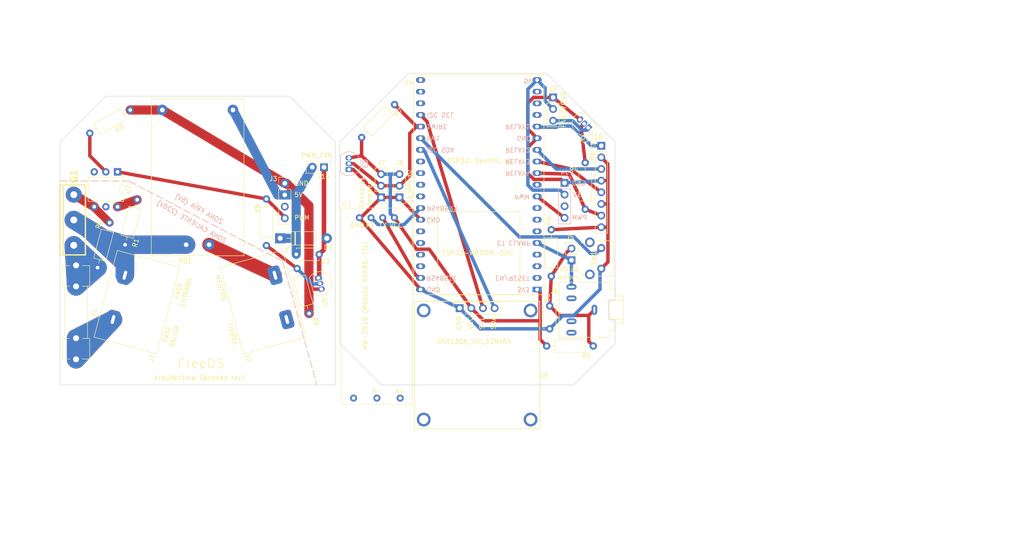
<source format=kicad_pcb>
(kicad_pcb (version 20221018) (generator pcbnew)
  (title_block (title "FreeDS Arquitectura Sánchez") (date "2023-05-29") (rev "rev1") (company "Iván Sánchez Ortega, César Sánchez Ortega"))
  (layers (0 "F.Cu" signal) (31 "B.Cu" signal) (34 "B.Paste" user) (35 "F.Paste" user) (36 "B.SilkS" user "B.Silkscreen") (37 "F.SilkS" user "F.Silkscreen") (38 "B.Mask" user) (39 "F.Mask" user) (44 "Edge.Cuts" user))
  (net 0 "")
  (net 2 "Net-(Q2-B)")
  (net 3 "Net-(R1-Pad2)")
  (net 4 "Net-(R3-Pad1)")
  (net 5 "/control/SW1")
  (net 29 "GND")
  (net 30 "LINE OUT")
  (net 31 "LINE IN")
  (net 32 "PWM")
  (net 33 "+3V3")
  (net 34 "+5V")
  (net 35 "RELAY4")
  (net 36 "RELAY3")
  (net 37 "RELAY2")
  (net 38 "RELAY1")
  (net 39 "1WIRE")
  (net 40 "Earth")
  (net 41 "NEUT")
  (net 42 "/potencia/Gate")
  (net 43 "RS485TX")
  (net 44 "RS485RX")
  (net 45 "CT CLAMP")
  (net 46 "I2C SCL")
  (net 47 "I2C SDA")
  (net 49 "Net-(J5-Pin_2)")
  (net 50 "/potencia/GND")
  (net 51 "/potencia/+5V")
  (net 52 "Net-(J9-Pin_3)")
  (net 53 "/potencia/PWM POTENCIA")
  (net 55 "Net-(D2-A)")
  (net 56 "Net-(Q4-G)")
  (net 59 "/potencia/A1")
  (footprint "Resistor_THT:R_Axial_DIN0207_L6.3mm_D2.5mm_P10.16mm_Horizontal" (layer "F.Cu") (at 184.5 74.5 -90)
    (fp_text reference "R4" (at 1.58 2.5 -180) (layer "F.SilkS"))
    (fp_text value "180Ω")
    (pad "1" thru_hole circle (at 0 0 270) (size 1.6 1.6) (drill 0.8) (layers "*.Cu" "*.Mask") (net 2 "Net-(Q2-B)"))
    (pad "2" thru_hole oval (at 10.16 0 270) (size 1.6 1.6) (drill 0.8) (layers "*.Cu" "*.Mask") (net 35 "RELAY4"))
  )
  (footprint "Resistor_THT:R_Axial_DIN0207_L6.3mm_D2.5mm_P10.16mm_Horizontal" (layer "F.Cu") (at 135.75 69 45)
    (fp_text reference "R7" (at 9.545942 1.767767 45) (layer "F.SilkS"))
    (fp_text value "4.7KΩ")
    (pad "1" thru_hole circle (at 0 0 45) (size 1.6 1.6) (drill 0.8) (layers "*.Cu" "*.Mask") (net 33 "+3V3"))
    (pad "2" thru_hole oval (at 10.16 0 45) (size 1.6 1.6) (drill 0.8) (layers "*.Cu" "*.Mask") (net 39 "1WIRE"))
  )
  (footprint "Connector_PinHeader_2.54mm:PinHeader_1x03_P2.54mm_Vertical" (layer "F.Cu") (at 139.999999 82.080001 180)
    (fp_text reference "J7" (at 0 7.580001) (layer "F.SilkS"))
    (fp_text value "Temp sensor")
    (pad "1" thru_hole rect (at 0 0 180) (size 1.7 1.7) (drill 1) (layers "*.Cu" "*.Mask") (net 29 "GND"))
    (pad "2" thru_hole oval (at 0 2.54 180) (size 1.7 1.7) (drill 1) (layers "*.Cu" "*.Mask") (net 39 "1WIRE"))
    (pad "3" thru_hole oval (at 0 5.08 180) (size 1.7 1.7) (drill 1) (layers "*.Cu" "*.Mask") (net 33 "+3V3"))
  )
  (footprint "componentes-auxiliares:Clema 20x14mm K1000 2P" (layer "F.Cu") (at 87 105 75)
    (fp_text reference "J1" (at -10.968461 6.002068 75 unlocked) (layer "F.SilkS"))
    (fp_text value "Clema K1000")
    (pad "1" thru_hole roundrect (at -5 -4.3 75) (size 4 2.7) (drill oval 2 0.7) (layers "*.Cu" "*.Mask") (net 30 "LINE OUT"))
    (pad "2" thru_hole roundrect (at 5 -4.3 75) (size 4 2.7) (drill oval 2 0.7) (layers "*.Cu" "*.Mask") (net 31 "LINE IN"))
  )
  (footprint "MountingHole:MountingHole_3.2mm_M3" (layer "F.Cu") (at 81 119.5)
    (fp_text reference "H4" hide)
    (fp_text value "MountingHole" hide)
    (pad "" np_thru_hole circle (at 0 0) (size 3.2 3.2) (drill 3.2) (layers "F&B.Cu" "*.Mask"))
  )
  (footprint "Package_TO_SOT_THT:TO-92_Inline" (layer "F.Cu") (at 126.323567 99.636449 -75)
    (fp_text reference "Q4" (at 5.5 0 105) (layer "F.SilkS"))
    (fp_text value "BS170")
    (pad "1" thru_hole rect (at 0 0 285) (size 1.05 1.5) (drill 0.75) (layers "*.Cu" "*.Mask") (net 55 "Net-(D2-A)"))
    (pad "2" thru_hole oval (at 1.27 0 285) (size 1.05 1.5) (drill 0.75) (layers "*.Cu" "*.Mask") (net 56 "Net-(Q4-G)"))
    (pad "3" thru_hole oval (at 2.54 0 285) (size 1.05 1.5) (drill 0.75) (layers "*.Cu" "*.Mask") (net 50 "/potencia/GND"))
  )
  (footprint "Resistor_THT:R_Axial_DIN0207_L6.3mm_D2.5mm_P10.16mm_Horizontal" (layer "F.Cu") (at 124.314801 107.406903 105)
    (fp_text reference "R9" (at -2.010739 0.931316 105) (layer "F.SilkS"))
    (fp_text value "10KΩ")
    (pad "1" thru_hole circle (at 0 0 105) (size 1.6 1.6) (drill 0.8) (layers "*.Cu" "*.Mask") (net 50 "/potencia/GND"))
    (pad "2" thru_hole oval (at 10.16 0 105) (size 1.6 1.6) (drill 0.8) (layers "*.Cu" "*.Mask") (net 56 "Net-(Q4-G)"))
  )
  (footprint "MountingHole:MountingHole_3.2mm_M3" (layer "F.Cu") (at 119 119.5)
    (fp_text reference "H5" hide)
    (fp_text value "MountingHole" hide)
    (pad "" np_thru_hole circle (at 0 0) (size 3.2 3.2) (drill 3.2) (layers "F&B.Cu" "*.Mask"))
  )
  (footprint "Resistor_THT:R_Axial_DIN0207_L6.3mm_D2.5mm_P10.16mm_Horizontal" (layer "F.Cu") (at 115 82.42 -90)
    (fp_text reference "R8" (at 2.08 2 90) (layer "F.SilkS"))
    (fp_text value "3.3Ω")
    (pad "1" thru_hole circle (at 0 0 270) (size 1.6 1.6) (drill 0.8) (layers "*.Cu" "*.Mask") (net 53 "/potencia/PWM POTENCIA"))
    (pad "2" thru_hole oval (at 10.16 0 270) (size 1.6 1.6) (drill 0.8) (layers "*.Cu" "*.Mask") (net 56 "Net-(Q4-G)"))
  )
  (footprint "componentes-auxiliares:Clema 20x14mm K1000 2P" (layer "F.Cu") (at 114 105 -75)
    (fp_text reference "J2" (at 10.937272 6.056089 -75 unlocked) (layer "F.SilkS"))
    (fp_text value "Clema K1000")
    (pad "1" thru_hole roundrect (at -5 -4.3 285) (size 4 2.7) (drill oval 2 0.7) (layers "*.Cu" "*.Mask") (net 41 "NEUT"))
    (pad "2" thru_hole roundrect (at 5 -4.3 285) (size 4 2.7) (drill oval 2 0.7) (layers "*.Cu" "*.Mask") (net 40 "Earth"))
  )
  (footprint "Connector_Audio:Jack_3.5mm_CUI_SJ1-3525N_Horizontal" (layer "F.Cu") (at 186.5 106.6 90)
    (fp_text reference "J6" (at 4.1 -8.75 180) (layer "F.SilkS"))
    (fp_text value "CT Clamp")
    (fp_line (start -2.2 3.5) (end -2.2 4.5) (stroke (width 0.12)) (layer "Edge.Cuts"))
    (fp_line (start -2.2 4.5) (end -6.5 4.5) (stroke (width 0.12)) (layer "Edge.Cuts"))
    (fp_line (start 1.8 3.1) (end -1.8 3.1) (stroke (width 0.12)) (layer "Edge.Cuts"))
    (fp_line (start 2.2 3.5) (end 2.2 4.5) (stroke (width 0.12)) (layer "Edge.Cuts"))
    (fp_line (start 2.2 4.5) (end 6.5 4.5) (stroke (width 0.12)) (layer "Edge.Cuts"))
    (fp_arc (start -2.2 3.5) (mid -2.082842 3.217158) (end -1.8 3.1) (stroke (width 0.12)) (layer "Edge.Cuts"))
    (fp_arc (start 1.8 3.1) (mid 2.082843 3.217157) (end 2.2 3.5) (stroke (width 0.12)) (layer "Edge.Cuts"))
    (pad "" np_thru_hole circle (at -5 0 90) (size 1.2 1.2) (drill 1.2) (layers "*.Cu"))
    (pad "" np_thru_hole circle (at -5 2.5 90) (size 1.2 1.2) (drill 1.2) (layers "*.Cu"))
    (pad "" np_thru_hole circle (at 0 -5 90) (size 1.2 1.2) (drill 1.2) (layers "*.Cu"))
    (pad "" np_thru_hole circle (at 5 0 90) (size 1.2 1.2) (drill 1.2) (layers "*.Cu"))
    (pad "" np_thru_hole circle (at 5 2.5 90) (size 1.2 1.2) (drill 1.2) (layers "*.Cu"))
    (pad "R" thru_hole oval (at -5 -5 90) (size 1.2 2.2) (drill oval 0.4 1.4) (layers "*.Cu" "*.Mask"))
    (pad "RN" thru_hole oval (at -2.5 -5 90) (size 1.2 2.2) (drill oval 0.4 1.4) (layers "*.Cu" "*.Mask"))
    (pad "S" thru_hole oval (at 0 0 90) (size 2.2 1.2) (drill oval 1.4 0.4) (layers "*.Cu" "*.Mask") (net 49 "Net-(J5-Pin_2)"))
    (pad "T" thru_hole oval (at 5 -5 270) (size 1.2 2.2) (drill oval 0.4 1.4) (layers "*.Cu" "*.Mask") (net 45 "CT CLAMP"))
    (pad "TN" thru_hole oval (at 2.5 -5 270) (size 1.2 2.2) (drill oval 0.4 1.4) (layers "*.Cu" "*.Mask"))
  )
  (footprint "MountingHole:MountingHole_3.2mm_M3" (layer "F.Cu") (at 142 71.5)
    (fp_text reference "H2" hide)
    (fp_text value "MountingHole" hide)
    (pad "" np_thru_hole circle (at 0 0) (size 3.2 3.2) (drill 3.2) (layers "F&B.Cu" "*.Mask"))
  )
  (footprint "Connector_PinHeader_2.54mm:PinHeader_1x08_P2.54mm_Vertical" (layer "F.Cu") (at 188 70.800001)
    (fp_text reference "J10" (at -1 -2.050001) (layer "F.SilkS"))
    (fp_text value "RELÉS")
    (pad "1" thru_hole rect (at 0 0) (size 1.7 1.7) (drill 1) (layers "*.Cu" "*.Mask") (net 38 "RELAY1"))
    (pad "2" thru_hole oval (at 0 2.54) (size 1.7 1.7) (drill 1) (layers "*.Cu" "*.Mask") (net 29 "GND"))
    (pad "3" thru_hole oval (at 0 5.08) (size 1.7 1.7) (drill 1) (layers "*.Cu" "*.Mask") (net 37 "RELAY2"))
    (pad "4" thru_hole oval (at 0 7.62) (size 1.7 1.7) (drill 1) (layers "*.Cu" "*.Mask") (net 29 "GND"))
    (pad "5" thru_hole oval (at 0 10.16) (size 1.7 1.7) (drill 1) (layers "*.Cu" "*.Mask") (net 36 "RELAY3"))
    (pad "6" thru_hole oval (at 0 12.7) (size 1.7 1.7) (drill 1) (layers "*.Cu" "*.Mask") (net 29 "GND"))
    (pad "7" thru_hole oval (at 0 15.24) (size 1.7 1.7) (drill 1) (layers "*.Cu" "*.Mask") (net 35 "RELAY4"))
    (pad "8" thru_hole oval (at 0 17.78) (size 1.7 1.7) (drill 1) (layers "*.Cu" "*.Mask") (net 29 "GND"))
  )
  (footprint "MountingHole:MountingHole_3.2mm_M3" (layer "F.Cu") (at 142 119.5)
    (fp_text reference "H4" hide)
    (fp_text value "MountingHole" hide)
    (pad "" np_thru_hole circle (at 0 0) (size 3.2 3.2) (drill 3.2) (layers "F&B.Cu" "*.Mask"))
  )
  (footprint "Package_DIP:DIP-6_W7.62mm" (layer "F.Cu") (at 82.54 76.5 -90)
    (fp_text reference "U2" (at 3.81 -2.33 -270) (layer "F.SilkS"))
    (fp_text value "MOC3041M")
    (pad "1" thru_hole rect (at 0 0 270) (size 1.6 1.6) (drill 0.8) (layers "*.Cu" "*.Mask") (net 53 "/potencia/PWM POTENCIA"))
    (pad "2" thru_hole oval (at 0 2.54 270) (size 1.6 1.6) (drill 0.8) (layers "*.Cu" "*.Mask") (net 4 "Net-(R3-Pad1)"))
    (pad "3" thru_hole oval (at 0 5.08 270) (size 1.6 1.6) (drill 0.8) (layers "*.Cu" "*.Mask"))
    (pad "4" thru_hole oval (at 7.62 5.08 270) (size 1.6 1.6) (drill 0.8) (layers "*.Cu" "*.Mask") (net 42 "/potencia/Gate"))
    (pad "5" thru_hole oval (at 7.62 2.54 270) (size 1.6 1.6) (drill 0.8) (layers "*.Cu" "*.Mask"))
    (pad "6" thru_hole oval (at 7.62 0 270) (size 1.6 1.6) (drill 0.8) (layers "*.Cu" "*.Mask") (net 3 "Net-(R1-Pad2)"))
  )
  (footprint "Button_Switch_THT:SW_Tactile_SPST_Angled_PTS645Vx83-2LFS" (layer "F.Cu") (at 188 93.125 -90)
    (fp_text reference "SW1" (at 2.25 1.68 90) (layer "F.SilkS"))
    (fp_text value "PRG")
    (pad "" thru_hole circle (at -1.25 2.49 270) (size 2.1 2.1) (drill 1.3) (layers "*.Cu" "*.Mask"))
    (pad "" thru_hole circle (at 5.76 2.49 270) (size 2.1 2.1) (drill 1.3) (layers "*.Cu" "*.Mask"))
    (pad "1" thru_hole circle (at 0 0 270) (size 1.75 1.75) (drill 0.99) (layers "*.Cu" "*.Mask") (net 5 "/control/SW1"))
    (pad "2" thru_hole circle (at 4.5 0 270) (size 1.75 1.75) (drill 0.99) (layers "*.Cu" "*.Mask") (net 29 "GND"))
  )
  (footprint "Connector_PinHeader_2.54mm:PinHeader_1x02_P2.54mm_Vertical" (layer "F.Cu") (at 181.5 95.775 180)
    (fp_text reference "J5" (at 0.3 4.975 180) (layer "F.SilkS"))
    (fp_text value "Pinza Amper.")
    (pad "1" thru_hole rect (at 0 0 180) (size 1.7 1.7) (drill 1) (layers "*.Cu" "*.Mask") (net 45 "CT CLAMP"))
    (pad "2" thru_hole oval (at 0 2.54 180) (size 1.7 1.7) (drill 1) (layers "*.Cu" "*.Mask") (net 49 "Net-(J5-Pin_2)"))
  )
  (footprint "Diode_THT:D_DO-41_SOD81_P10.16mm_Horizontal" (layer "F.Cu") (at 118 91)
    (fp_text reference "D2" (at 10.5 2) (layer "F.SilkS"))
    (fp_text value "1N4007")
    (fp_text user "K" (at 1.5 2.5) (layer "F.SilkS"))
    (pad "1" thru_hole rect (at 0 0) (size 2.2 2.2) (drill 1.1) (layers "*.Cu" "*.Mask") (net 51 "/potencia/+5V"))
    (pad "2" thru_hole oval (at 10.16 0) (size 2.2 2.2) (drill 1.1) (layers "*.Cu" "*.Mask") (net 55 "Net-(D2-A)"))
  )
  (footprint "Connector_PinHeader_2.54mm:PinHeader_1x03_P2.54mm_Vertical" (layer "F.Cu") (at 144 82.08 180)
    (fp_text reference "J8" (at 0 7.58) (layer "F.SilkS"))
    (fp_text value "Temp Sensor")
    (pad "1" thru_hole rect (at 0 0 180) (size 1.7 1.7) (drill 1) (layers "*.Cu" "*.Mask") (net 29 "GND"))
    (pad "2" thru_hole oval (at 0 2.54 180) (size 1.7 1.7) (drill 1) (layers "*.Cu" "*.Mask") (net 39 "1WIRE"))
    (pad "3" thru_hole oval (at 0 5.08 180) (size 1.7 1.7) (drill 1) (layers "*.Cu" "*.Mask") (net 33 "+3V3"))
  )
  (footprint "Resistor_THT:R_Axial_DIN0207_L6.3mm_D2.5mm_P10.16mm_Horizontal" (layer "F.Cu") (at 78.1852 97.406903 75)
    (fp_text reference "R2" (at 9.167847 -2.130612 75) (layer "F.SilkS"))
    (fp_text value "330Ω")
    (pad "1" thru_hole circle (at 0 0 75) (size 1.6 1.6) (drill 0.8) (layers "*.Cu" "*.Mask") (net 59 "/potencia/A1"))
    (pad "2" thru_hole oval (at 10.16 0 75) (size 1.6 1.6) (drill 0.8) (layers "*.Cu" "*.Mask") (net 42 "/potencia/Gate"))
  )
  (footprint "Resistor_THT:R_Axial_DIN0207_L6.3mm_D2.5mm_P10.16mm_Horizontal" (layer "F.Cu") (at 76.5 68.08 30)
    (fp_text reference "R3" (at 6.169165 2.314693 30) (layer "F.SilkS"))
    (fp_text value "180Ω")
    (pad "1" thru_hole circle (at 0 0 30) (size 1.6 1.6) (drill 0.8) (layers "*.Cu" "*.Mask") (net 4 "Net-(R3-Pad1)"))
    (pad "2" thru_hole oval (at 10.16 0 30) (size 1.6 1.6) (drill 0.8) (layers "*.Cu" "*.Mask") (net 50 "/potencia/GND"))
  )
  (footprint "Converter_ACDC:Converter_ACDC_HiLink_HLK-PMxx" (layer "F.Cu") (at 97.5 92.4 90)
    (fp_text reference "PS1" (at -3.6 -0.2 180) (layer "F.SilkS"))
    (fp_text value "HLK-PM01")
    (pad "1" thru_hole rect (at 0 0 90) (size 2.3 2) (drill 1) (layers "*.Cu" "*.Mask") (net 31 "LINE IN"))
    (pad "2" thru_hole circle (at 0 5 90) (size 2.3 2.3) (drill 1) (layers "*.Cu" "*.Mask") (net 41 "NEUT"))
    (pad "3" thru_hole circle (at 29.4 -5.2 90) (size 2.3 2.3) (drill 1) (layers "*.Cu" "*.Mask") (net 50 "/potencia/GND"))
    (pad "4" thru_hole circle (at 29.4 10.2 90) (size 2.3 2.3) (drill 1) (layers "*.Cu" "*.Mask") (net 51 "/potencia/+5V"))
  )
  (footprint "Espressif:ESP32-DevKitC" (layer "F.Cu") (at 174 102.18 180)
    (fp_text reference "U4" (at 28 45.18) (layer "F.SilkS"))
    (fp_text value "ESP32-WROOM-32U" (at 13 8 180) (layer "F.SilkS"))
    (fp_text user "RS485TX" (at 17.5 2.54 180 unlocked) (layer "B.SilkS") (effects (justify right mirror)))
    (fp_text user "5V" (at 3 45.5 180 unlocked) (layer "B.SilkS") (effects (justify left mirror)))
    (fp_text user "SW1" (at 21 33.02 180 unlocked) (layer "B.SilkS") (effects (justify right mirror)))
    (fp_text user "3V3" (at 4.5 0 180 unlocked) (layer "B.SilkS") (effects (justify left mirror)))
    (fp_text user "RELAY3" (at 7 27.94 180 unlocked) (layer "B.SilkS") (effects (justify left mirror)))
    (fp_text user "I2C SDA" (at 18 30.5 180 unlocked) (layer "B.SilkS") (effects (justify right mirror)))
    (fp_text user "EN/RESET" (at 1.5 2.5 180 unlocked) (layer "B.SilkS") (effects (justify right mirror)))
    (fp_text user "RELAY1" (at 7 35.56 180 unlocked) (layer "B.SilkS") (effects (justify left mirror)))
    (fp_text user "RS485RX" (at 17.193096 17.78 180 unlocked) (layer "B.SilkS") (effects (justify right mirror)))
    (fp_text user "RELAY2" (at 7 30.48 180 unlocked) (layer "B.SilkS") (effects (justify left mirror)))
    (fp_text user "GND" (at 4.5 33.02 180 unlocked) (layer "B.SilkS") (effects (justify left mirror)))
    (fp_text user "1WIRE" (at 19.5 35.56 180 unlocked) (layer "B.SilkS") (effects (justify right mirror)))
    (fp_text user "GND" (at 21 0 180 unlocked) (layer "B.SilkS") (effects (justify right mirror)))
    (fp_text user "PWM" (at 5 20.32 180 unlocked) (layer "B.SilkS") (effects (justify left mirror)))
    (fp_text user "I2C SCL" (at 18 38.1 180 unlocked) (layer "B.SilkS") (effects (justify right mirror)))
    (fp_text user "CT CLAMP" (at 8.80383 10.16 180 unlocked) (layer "B.SilkS") (effects (justify left mirror)))
    (fp_text user "GND" (at 21 15.24 180 unlocked) (layer "B.SilkS") (effects (justify right mirror)))
    (fp_text user "RELAY4" (at 7 25.4 180 unlocked) (layer "B.SilkS") (effects (justify left mirror)))
    (fp_text user "ESP32-DevKitC v4" (at 12.5 27.5 unlocked) (layer "F.SilkS") (effects (justify bottom)))
    (pad "1" thru_hole rect (at 0 0 90) (size 1.2 2) (drill 0.8) (layers "*.Cu" "*.Mask") (net 33 "+3V3"))
    (pad "2" thru_hole oval (at 0 2.54 90) (size 1.2 2) (drill 0.8) (layers "*.Cu" "*.Mask"))
    (pad "3" thru_hole oval (at 0 5.08 90) (size 1.2 2) (drill 0.8) (layers "*.Cu" "*.Mask"))
    (pad "4" thru_hole oval (at 0 7.62 90) (size 1.2 2) (drill 0.8) (layers "*.Cu" "*.Mask"))
    (pad "5" thru_hole oval (at 0 10.16 90) (size 1.2 2) (drill 0.8) (layers "*.Cu" "*.Mask") (net 45 "CT CLAMP"))
    (pad "6" thru_hole oval (at 0 12.7 90) (size 1.2 2) (drill 0.8) (layers "*.Cu" "*.Mask"))
    (pad "7" thru_hole oval (at 0 15.24 90) (size 1.2 2) (drill 0.8) (layers "*.Cu" "*.Mask"))
    (pad "8" thru_hole oval (at 0 17.78 90) (size 1.2 2) (drill 0.8) (layers "*.Cu" "*.Mask"))
    (pad "9" thru_hole oval (at 0 20.32 90) (size 1.2 2) (drill 0.8) (layers "*.Cu" "*.Mask") (net 32 "PWM"))
    (pad "10" thru_hole oval (at 0 22.86 90) (size 1.2 2) (drill 0.8) (layers "*.Cu" "*.Mask"))
    (pad "11" thru_hole oval (at 0 25.4 90) (size 1.2 2) (drill 0.8) (layers "*.Cu" "*.Mask") (net 35 "RELAY4"))
    (pad "12" thru_hole oval (at 0 27.94 90) (size 1.2 2) (drill 0.8) (layers "*.Cu" "*.Mask") (net 36 "RELAY3"))
    (pad "13" thru_hole oval (at 0 30.48 90) (size 1.2 2) (drill 0.8) (layers "*.Cu" "*.Mask") (net 37 "RELAY2"))
    (pad "14" thru_hole oval (at 0 33.02 90) (size 1.2 2) (drill 0.8) (layers "*.Cu" "*.Mask") (net 29 "GND"))
    (pad "15" thru_hole oval (at 0 35.56 90) (size 1.2 2) (drill 0.8) (layers "*.Cu" "*.Mask") (net 38 "RELAY1"))
    (pad "16" thru_hole oval (at 0 38.1 90) (size 1.2 2) (drill 0.8) (layers "*.Cu" "*.Mask"))
    (pad "17" thru_hole oval (at 0 40.64 90) (size 1.2 2) (drill 0.8) (layers "*.Cu" "*.Mask"))
    (pad "18" thru_hole oval (at 0 43.18 90) (size 1.2 2) (drill 0.8) (layers "*.Cu" "*.Mask"))
    (pad "19" thru_hole oval (at 0 45.72 90) (size 1.2 2) (drill 0.8) (layers "*.Cu" "*.Mask") (net 34 "+5V"))
    (pad "20" thru_hole oval (at 25.39632 45.71728 90) (size 1.2 2) (drill 0.8) (layers "*.Cu" "*.Mask"))
    (pad "21" thru_hole oval (at 25.39632 43.17728 90) (size 1.2 2) (drill 0.8) (layers "*.Cu" "*.Mask"))
    (pad "22" thru_hole oval (at 25.4 40.64 90) (size 1.2 2) (drill 0.8) (layers "*.Cu" "*.Mask"))
    (pad "23" thru_hole oval (at 25.4 38.1 90) (size 1.2 2) (drill 0.8) (layers "*.Cu" "*.Mask") (net 46 "I2C SCL"))
    (pad "24" thru_hole oval (at 25.4 35.56 90) (size 1.2 2) (drill 0.8) (layers "*.Cu" "*.Mask") (net 39 "1WIRE"))
    (pad "25" thru_hole oval (at 25.4 33.02 90) (size 1.2 2) (drill 0.8) (layers "*.Cu" "*.Mask") (net 5 "/control/SW1"))
    (pad "26" thru_hole oval (at 25.4 30.48 90) (size 1.2 2) (drill 0.8) (layers "*.Cu" "*.Mask") (net 47 "I2C SDA"))
    (pad "27" thru_hole oval (at 25.4 27.94 90) (size 1.2 2) (drill 0.8) (layers "*.Cu" "*.Mask"))
    (pad "28" thru_hole oval (at 25.4 25.4 90) (size 1.2 2) (drill 0.8) (layers "*.Cu" "*.Mask"))
    (pad "29" thru_hole oval (at 25.4 22.86 90) (size 1.2 2) (drill 0.8) (layers "*.Cu" "*.Mask"))
    (pad "30" thru_hole oval (at 25.4 20.32 90) (size 1.2 2) (drill 0.8) (layers "*.Cu" "*.Mask"))
    (pad "31" thru_hole oval (at 25.4 17.78 90) (size 1.2 2) (drill 0.8) (layers "*.Cu" "*.Mask") (net 44 "RS485RX"))
    (pad "32" thru_hole oval (at 25.4 15.24 90) (size 1.2 2) (drill 0.8) (layers "*.Cu" "*.Mask") (net 29 "GND"))
    (pad "33" thru_hole oval (at 25.4 12.7 90) (size 1.2 2) (drill 0.8) (layers "*.Cu" "*.Mask"))
    (pad "34" thru_hole oval (at 25.4 10.16 90) (size 1.2 2) (drill 0.8) (layers "*.Cu" "*.Mask"))
    (pad "35" thru_hole oval (at 25.4 7.62 90) (size 1.2 2) (drill 0.8) (layers "*.Cu" "*.Mask"))
    (pad "36" thru_hole oval (at 25.4 5.08 90) (size 1.2 2) (drill 0.8) (layers "*.Cu" "*.Mask"))
    (pad "37" thru_hole oval (at 25.4 2.54 90) (size 1.2 2) (drill 0.8) (layers "*.Cu" "*.Mask") (net 43 "RS485TX"))
    (pad "38" thru_hole oval (at 25.4 0 90) (size 1.2 2) (drill 0.8) (layers "*.Cu" "*.Mask") (net 29 "GND"))
  )
  (footprint "Resistor_THT:R_Axial_DIN0207_L6.3mm_D2.5mm_P10.16mm_Horizontal" (layer "F.Cu") (at 177.1 99.28 90)
    (fp_text reference "R6" (at 12.08 -0.5 -270) (layer "F.SilkS"))
    (fp_text value "10KΩ")
    (pad "1" thru_hole circle (at 0 0 90) (size 1.6 1.6) (drill 0.8) (layers "*.Cu" "*.Mask") (net 49 "Net-(J5-Pin_2)"))
    (pad "2" thru_hole oval (at 10.16 0 90) (size 1.6 1.6) (drill 0.8) (layers "*.Cu" "*.Mask") (net 29 "GND"))
  )
  (footprint "MountingHole:MountingHole_3.2mm_M3" (layer "F.Cu") (at 81 71.5)
    (fp_text reference "H2" hide)
    (fp_text value "MountingHole" hide)
    (pad "" np_thru_hole circle (at 0 0) (size 3.2 3.2) (drill 3.2) (layers "F&B.Cu" "*.Mask"))
  )
  (footprint "Connector_PinHeader_2.54mm:PinHeader_1x03_P2.54mm_Vertical" (layer "F.Cu") (at 177.5 60.26)
    (fp_text reference "J9" (at 0 -1.96) (layer "F.SilkS"))
    (fp_text value "R4_FAN")
    (pad "1" thru_hole rect (at 0 0) (size 1.7 1.7) (drill 1) (layers "*.Cu" "*.Mask") (net 29 "GND"))
    (pad "2" thru_hole oval (at 0 2.54) (size 1.7 1.7) (drill 1) (layers "*.Cu" "*.Mask") (net 34 "+5V"))
    (pad "3" thru_hole oval (at 0 5.08) (size 1.7 1.7) (drill 1) (layers "*.Cu" "*.Mask") (net 52 "Net-(J9-Pin_3)"))
  )
  (footprint "componentes-auxiliares:OLED_SSD1306_I2C_0.96" (layer "F.Cu") (at 157.13 106.25)
    (fp_text reference "U5" (at 18.37 14.75) (layer "F.SilkS"))
    (fp_text value "SSD1306_I2C_128x64" (at 3.12 7.25) (layer "F.SilkS"))
    (pad "" np_thru_hole circle (at -7.84 0.5) (size 3 3) (drill 2) (layers "*.Cu" "*.Mask"))
    (pad "" np_thru_hole circle (at -7.84 24.3) (size 3 3) (drill 2) (layers "*.Cu" "*.Mask"))
    (pad "" np_thru_hole circle (at 15.46 0.5) (size 3 3) (drill 2) (layers "*.Cu" "*.Mask"))
    (pad "" np_thru_hole circle (at 15.46 24.3) (size 3 3) (drill 2) (layers "*.Cu" "*.Mask"))
    (pad "1" thru_hole rect (at 0 0 90) (size 1.7 1.7) (drill 1) (layers "*.Cu" "*.Mask") (net 29 "GND"))
    (pad "2" thru_hole oval (at 2.54 0 90) (size 1.7 1.7) (drill 1) (layers "*.Cu" "*.Mask") (net 33 "+3V3"))
    (pad "3" thru_hole oval (at 5.08 0 90) (size 1.7 1.7) (drill 1) (layers "*.Cu" "*.Mask") (net 46 "I2C SCL"))
    (pad "4" thru_hole oval (at 7.62 0 90) (size 1.7 1.7) (drill 1) (layers "*.Cu" "*.Mask") (net 47 "I2C SDA"))
  )
  (footprint "MountingHole:MountingHole_3.2mm_M3" (layer "F.Cu") (at 180 119.5)
    (fp_text reference "H5" hide)
    (fp_text value "MountingHole" hide)
    (pad "" np_thru_hole circle (at 0 0) (size 3.2 3.2) (drill 3.2) (layers "F&B.Cu" "*.Mask"))
  )
  (footprint "Resistor_THT:R_Axial_DIN0207_L6.3mm_D2.5mm_P10.16mm_Horizontal" (layer "F.Cu") (at 84.1852 92.406903 75)
    (fp_text reference "R1" (at 0.992152 2.130611 75) (layer "F.SilkS"))
    (fp_text value "360Ω")
    (pad "1" thru_hole circle (at 0 0 75) (size 1.6 1.6) (drill 0.8) (layers "*.Cu" "*.Mask") (net 31 "LINE IN"))
    (pad "2" thru_hole oval (at 10.16 0 75) (size 1.6 1.6) (drill 0.8) (layers "*.Cu" "*.Mask") (net 3 "Net-(R1-Pad2)"))
  )
  (footprint "Fuse:Fuseholder_Clip-5x20mm_Littelfuse_100_Inline_P20.50x4.60mm_D1.30mm_Horizontal" (layer "F.Cu") (at 73.5 96.9 -90)
    (fp_text reference "F1" (at 10.25 -4 90) (layer "F.SilkS"))
    (fp_text value "Fuse")
    (pad "1" thru_hole roundrect (at 0 0 270) (size 2.3 2.3) (drill 1.3) (layers "*.Cu" "*.Mask") (net 59 "/potencia/A1"))
    (pad "1" thru_hole roundrect (at 4.6 0 270) (size 2.3 2.3) (drill 1.3) (layers "*.Cu" "*.Mask") (net 59 "/potencia/A1"))
    (pad "2" thru_hole circle (at 15.9 0 270) (size 2.3 2.3) (drill 1.3) (layers "*.Cu" "*.Mask") (net 30 "LINE OUT"))
    (pad "2" thru_hole circle (at 20.5 0 270) (size 2.3 2.3) (drill 1.3) (layers "*.Cu" "*.Mask") (net 30 "LINE OUT"))
  )
  (footprint "MountingHole:MountingHole_3.2mm_M3" (layer "F.Cu") (at 119 71.5)
    (fp_text reference "H3" hide)
    (fp_text value "MountingHole" hide)
    (pad "" np_thru_hole circle (at 0 0) (size 3.2 3.2) (drill 3.2) (layers "F&B.Cu" "*.Mask"))
  )
  (footprint "MountingHole:MountingHole_3.2mm_M3" (layer "F.Cu") (at 180 71.5)
    (fp_text reference "H3" hide)
    (fp_text value "MountingHole" hide)
    (pad "" np_thru_hole circle (at 0 0) (size 3.2 3.2) (drill 3.2) (layers "F&B.Cu" "*.Mask"))
  )
  (footprint "componentes-auxiliares:HW-519 TTL-RS485" (layer "F.Cu") (at 139.080001 105.55 -90)
    (fp_text reference "U3" (at -22.05 6.580001 unlocked) (layer "F.SilkS") (effects (font (thickness 0.1))))
    (fp_text value "HW-0519 (Módulo RS485-TTL)" (at -2.05 2.580001 90 unlocked) (layer "F.SilkS"))
    (fp_text user "GND" (at -17.4 4.3 unlocked) (layer "F.SilkS"))
    (fp_text user "B-" (at 18.9 0 unlocked) (layer "F.SilkS"))
    (fp_text user "A+" (at 18.9 -5 unlocked) (layer "F.SilkS"))
    (fp_text user "TX" (at -17.4 -1.3 unlocked) (layer "F.SilkS"))
    (fp_text user "RX" (at -17.4 1.4 unlocked) (layer "F.SilkS"))
    (fp_text user "VCC" (at -17.4 -4.2 unlocked) (layer "F.SilkS"))
    (pad "1" thru_hole circle (at -19.05 -3.81 270) (size 1.524 1.524) (drill 0.762) (layers "*.Cu" "*.Mask") (net 33 "+3V3"))
    (pad "2" thru_hole circle (at -19.05 -1.27 270) (size 1.524 1.524) (drill 0.762) (layers "*.Cu" "*.Mask") (net 43 "RS485TX"))
    (pad "3" thru_hole circle (at -19.05 1.27 270) (size 1.524 1.524) (drill 0.762) (layers "*.Cu" "*.Mask") (net 44 "RS485RX"))
    (pad "4" thru_hole circle (at -19.05 3.81 270) (size 1.524 1.524) (drill 0.762) (layers "*.Cu" "*.Mask") (net 29 "GND"))
    (pad "5" thru_hole circle (at 20.32 5.08 270) (size 1.524 1.524) (drill 0.762) (layers "*.Cu" "*.Mask"))
    (pad "6" thru_hole circle (at 20.32 0 270) (size 1.524 1.524) (drill 0.762) (layers "*.Cu" "*.Mask"))
    (pad "7" thru_hole circle (at 20.32 -5.08 270) (size 1.524 1.524) (drill 0.762) (layers "*.Cu" "*.Mask"))
  )
  (footprint "Capacitor_THT:C_Disc_D4.7mm_W2.5mm_P5.00mm" (layer "F.Cu") (at 126.5 94.5 180)
    (fp_text reference "C2" (at -1.5 -1.5) (layer "F.SilkS"))
    (fp_text value "10µF")
    (pad "1" thru_hole circle (at 0 0 180) (size 1.6 1.6) (drill 0.8) (layers "*.Cu" "*.Mask") (net 55 "Net-(D2-A)"))
    (pad "2" thru_hole circle (at 5 0 180) (size 1.6 1.6) (drill 0.8) (layers "*.Cu" "*.Mask") (net 51 "/potencia/+5V"))
  )
  (footprint "Capacitor_THT:C_Disc_D4.7mm_W2.5mm_P5.00mm" (layer "F.Cu") (at 176.75 105.75 -90)
    (fp_text reference "C1" (at -1.75 0.5 90) (layer "F.SilkS"))
    (fp_text value "10µF")
    (pad "1" thru_hole circle (at 0 0 270) (size 1.6 1.6) (drill 0.8) (layers "*.Cu" "*.Mask") (net 49 "Net-(J5-Pin_2)"))
    (pad "2" thru_hole circle (at 5 0 270) (size 1.6 1.6) (drill 0.8) (layers "*.Cu" "*.Mask") (net 29 "GND"))
  )
  (footprint "componentes-auxiliares:TOP3_Vertical" (layer "F.Cu") (at 73 87 90)
    (fp_text reference "Q1" (at 9.5 0 90) (layer "F.SilkS") (effects (font (size 1.524 1.524) (thickness 0.3048))))
    (fp_text value "BTA26-600BW" hide)
    (pad "1" thru_hole circle (at -5.5245 0 90) (size 3.50012 3.50012) (drill 1.50114) (layers "*.Cu" "*.Mask") (net 59 "/potencia/A1"))
    (pad "2" thru_hole circle (at 0 0 90) (size 3.50012 3.50012) (drill 1.50114) (layers "*.Cu" "*.Mask") (net 31 "LINE IN"))
    (pad "3" thru_hole circle (at 5.5245 0 90) (size 3.50012 3.50012) (drill 1.50114) (layers "*.Cu" "*.Mask") (net 42 "/potencia/Gate"))
  )
  (footprint "Package_TO_SOT_THT:TO-92_Inline" (layer "F.Cu") (at 185.152584 66.893468 135)
    (fp_text reference "Q2" (at -1.204873 -2.48132 315) (layer "F.SilkS"))
    (fp_text value "BC337")
    (pad "1" thru_hole rect (at 0 0 135) (size 1.05 1.5) (drill 0.75) (layers "*.Cu" "*.Mask") (net 52 "Net-(J9-Pin_3)"))
    (pad "2" thru_hole oval (at 1.27 0 135) (size 1.05 1.5) (drill 0.75) (layers "*.Cu" "*.Mask") (net 2 "Net-(Q2-B)"))
    (pad "3" thru_hole oval (at 2.54 0 135) (size 1.05 1.5) (drill 0.75) (layers "*.Cu" "*.Mask") (net 29 "GND"))
  )
  (footprint "Resistor_THT:R_Axial_DIN0207_L6.3mm_D2.5mm_P10.16mm_Horizontal" (layer "F.Cu") (at 176.09 114.5)
    (fp_text reference "R5" (at 8.66 2.15) (layer "F.SilkS"))
    (fp_text value "10KΩ")
    (pad "1" thru_hole circle (at 0 0) (size 1.6 1.6) (drill 0.8) (layers "*.Cu" "*.Mask") (net 33 "+3V3"))
    (pad "2" thru_hole oval (at 10.16 0) (size 1.6 1.6) (drill 0.8) (layers "*.Cu" "*.Mask") (net 49 "Net-(J5-Pin_2)"))
  )
  (footprint "Connector_PinHeader_2.54mm:PinHeader_1x04_P2.54mm_Vertical" (layer "F.Cu") (at 119 79)
    (fp_text reference "J3" (at -2.5 -1) (layer "F.SilkS"))
    (fp_text value "Inter-PCB")
    (pad "1" thru_hole rect (at 0 0) (size 1.7 1.7) (drill 1) (layers "*.Cu" "*.Mask") (net 50 "/potencia/GND"))
    (pad "2" thru_hole oval (at 0 2.54) (size 1.7 1.7) (drill 1) (layers "*.Cu" "*.Mask") (net 51 "/potencia/+5V"))
    (pad "3" thru_hole oval (at 0 5.08) (size 1.7 1.7) (drill 1) (layers "*.Cu" "*.Mask"))
    (pad "4" thru_hole oval (at 0 7.62) (size 1.7 1.7) (drill 1) (layers "*.Cu" "*.Mask") (net 53 "/potencia/PWM POTENCIA"))
  )
  (footprint "Connector_PinHeader_2.54mm:PinHeader_1x02_P2.54mm_Vertical" (layer "F.Cu") (at 127.540001 75.500001 -90)
    (fp_text reference "J16" (at 1.999999 0.040001 -180) (layer "F.SilkS"))
    (fp_text value "Conn_01x02_Male" hide)
    (pad "1" thru_hole rect (at 0 0 270) (size 1.7 1.7) (drill 1) (layers "*.Cu" "*.Mask") (net 55 "Net-(D2-A)"))
    (pad "2" thru_hole oval (at 0 2.54 270) (size 1.7 1.7) (drill 1) (layers "*.Cu" "*.Mask") (net 51 "/potencia/+5V"))
  )
  (footprint "Connector_PinHeader_2.54mm:PinHeader_1x04_P2.54mm_Vertical" (layer "B.Cu") (at 180 78.92 180)
    (fp_text reference "J4" (at 0 2.33) (layer "B.SilkS") (effects (justify mirror)))
    (fp_text value "Inter-PCB")
    (pad "1" thru_hole rect (at 0 0 180) (size 1.7 1.7) (drill 1) (layers "*.Cu" "*.Mask") (net 29 "GND"))
    (pad "2" thru_hole oval (at 0 -2.54 180) (size 1.7 1.7) (drill 1) (layers "*.Cu" "*.Mask") (net 34 "+5V"))
    (pad "3" thru_hole oval (at 0 -5.08 180) (size 1.7 1.7) (drill 1) (layers "*.Cu" "*.Mask"))
    (pad "4" thru_hole oval (at 0 -7.62 180) (size 1.7 1.7) (drill 1) (layers "*.Cu" "*.Mask") (net 32 "PWM"))
  )
  (footprint "Package_TO_SOT_THT:TO-92_Inline" (layer "B.Cu") (at 133 76 90)
    (fp_text reference "Q3" (at 1.27 3.56 90) (layer "B.SilkS") (effects (justify mirror)))
    (fp_text value "DS18B20")
    (pad "1" thru_hole rect (at 0 0 90) (size 1.05 1.5) (drill 0.75) (layers "*.Cu" "*.Mask") (net 29 "GND"))
    (pad "2" thru_hole oval (at 1.27 0 90) (size 1.05 1.5) (drill 0.75) (layers "*.Cu" "*.Mask") (net 39 "1WIRE"))
    (pad "3" thru_hole oval (at 2.54 0 90) (size 1.05 1.5) (drill 0.75) (layers "*.Cu" "*.Mask") (net 33 "+3V3"))
  )
  (gr_line (start 70 78.5) (end 85 78.5) (stroke (width 0.15) (type dash)) (layer "B.SilkS"))
  (gr_line (start 118.5 96) (end 126 123) (stroke (width 0.15) (type dash)) (layer "B.SilkS"))
  (gr_line (start 85 78.5) (end 118.5 96) (stroke (width 0.15) (type dash)) (layer "B.SilkS"))
  (gr_line (start 146 55) (end 176 55) (stroke (width 0.1)) (layer "Edge.Cuts"))
  (gr_line (start 70 123) (end 130 123) (stroke (width 0.1)) (layer "Edge.Cuts"))
  (gr_line (start 130 70) (end 130 123) (stroke (width 0.1)) (layer "Edge.Cuts"))
  (gr_line (start 80 60) (end 120 60) (stroke (width 0.1)) (layer "Edge.Cuts"))
  (gr_line (start 70 70) (end 70 123) (stroke (width 0.1)) (layer "Edge.Cuts"))
  (gr_line (start 182 123.000002) (end 191 114) (stroke (width 0.1)) (layer "Edge.Cuts"))
  (gr_line (start 176 55) (end 191 70) (stroke (width 0.1)) (layer "Edge.Cuts"))
  (gr_line (start 131 70) (end 131 114) (stroke (width 0.1)) (layer "Edge.Cuts"))
  (gr_line (start 131 70) (end 146 55) (stroke (width 0.1)) (layer "Edge.Cuts"))
  (gr_line (start 191 70) (end 191 100.1) (stroke (width 0.1)) (layer "Edge.Cuts"))
  (gr_line (start 140 123) (end 131 114) (stroke (width 0.1)) (layer "Edge.Cuts"))
  (gr_line (start 70 70) (end 80 60) (stroke (width 0.1)) (layer "Edge.Cuts"))
  (gr_line (start 130 70) (end 120 60) (stroke (width 0.1)) (layer "Edge.Cuts"))
  (gr_line (start 140 123) (end 182 123.000002) (stroke (width 0.1)) (layer "Edge.Cuts"))
  (gr_line (start 191 114) (end 191 113.1) (stroke (width 0.1)) (layer "Edge.Cuts"))
  (gr_text "GND" (at 184.75 79) (layer "B.SilkS") (effects (font (size 1 1)) (justify left mirror)))
  (gr_text "ZONA FRÍA (5V)\n\nZONA CALIENTE (220V)" (at 99.5 86 -30) (layer "B.SilkS") (effects (font (size 1 1)) (justify mirror)))
  (gr_text "5V" (at 182.75 81.5) (layer "B.SilkS") (effects (font (size 1 1)) (justify mirror)))
  (gr_text "PWM" (at 183.25 86.5) (layer "B.SilkS") (effects (font (size 1 1)) (justify mirror)))
  (gr_text "3V" (at 146.5 78 90) (layer "F.SilkS") (effects (font (size 1 1)) (justify left)))
  (gr_text "NEUTRO\n" (at 104.5 102 -75) (layer "F.SilkS") (effects (font (size 1 1)) (justify bottom)))
  (gr_text "GND" (at 147 82 90) (layer "F.SilkS") (effects (font (size 1 1)) (justify bottom)))
  (gr_text "FASE\nENTRADA" (at 98 103 75) (layer "F.SilkS") (effects (font (size 1 1)) (justify bottom)))
  (gr_text "PWM_FAN" (at 122.5 73.5) (layer "F.SilkS") (effects (font (size 1 1)) (justify left bottom)))
  (gr_text "GND" (at 179.75 60.5 90) (layer "F.SilkS") (effects (font (size 1 1))))
  (gr_text "Relés" (at 186.5 72 90) (layer "F.SilkS") (effects (font (size 1 1)) (justify bottom)))
  (gr_text "5V" (at 179.75 63 90) (layer "F.SilkS") (effects (font (size 1 1))))
  (gr_text "Arquitectura Sánchez rev1" (at 100.5 122) (layer "F.SilkS") (effects (font (size 1 1)) (justify bottom)))
  (gr_text "GND" (at 121 79) (layer "F.SilkS") (effects (font (size 1 1)) (justify left)))
  (gr_text "5V" (at 121 81.5) (layer "F.SilkS") (effects (font (size 1 1)) (justify left)))
  (gr_text "FreeDS" (at 95.5 119.5) (layer "F.SilkS") (effects (font (size 2 2)) (justify left bottom)))
  (gr_text "SDA" (at 164.5 109.5 90) (layer "F.SilkS") (effects (font (size 1 1))))
  (gr_text "DATA" (at 146.5 79.5 90) (layer "F.SilkS") (effects (font (size 0.6 0.6)) (justify bottom)))
  (gr_text "SCL" (at 162 109.5 90) (layer "F.SilkS") (effects (font (size 1 1))))
  (gr_text "Pinza\namper." (at 181 100) (layer "F.SilkS") (effects (font (size 1 1)) (justify bottom)))
  (gr_text "FAN" (at 179.75 65.5 90) (layer "F.SilkS") (effects (font (size 1 1))))
  (gr_text "FASE\nSALIDA" (at 95.5 112.5 75) (layer "F.SilkS") (effects (font (size 1 1)) (justify bottom)))
  (gr_text "PWM" (at 121 86.5) (layer "F.SilkS") (effects (font (size 1 1)) (justify left)))
  (gr_text "Sensores\ntemper." (at 138 81 90) (layer "F.SilkS") (effects (font (size 1 1)) (justify bottom)))
  (gr_text "GND" (at 157 109.5 90) (layer "F.SilkS") (effects (font (size 1 1))))
  (gr_text "VCC" (at 159.5 109.5 90) (layer "F.SilkS") (effects (font (size 1 1))))
  (gr_text "TIERRA" (at 107 112 -75) (layer "F.SilkS") (effects (font (size 1 1)) (justify bottom)))
  (segment (start 183.676023 67.5) (end 183.676023 66.573977) (width 0.75) (layer "F.Cu") (net 2))
  (segment (start 183.676023 66.573977) (end 184.254558 65.995442) (width 0.75) (layer "F.Cu") (net 2))
  (segment (start 184.5 74.5) (end 183.676023 67.5) (width 0.75) (layer "F.Cu") (net 2))
  (segment (start 82.54 84.12) (end 86.814801 82.593097) (width 2) (layer "F.Cu") (net 3))
  (segment (start 76.5 68.08) (end 76.5 73) (width 0.75) (layer "F.Cu") (net 4))
  (segment (start 76.5 73) (end 80 76.5) (width 0.75) (layer "F.Cu") (net 4))
  (segment (start 182.036902 90.7) (end 185.636902 94.3) (width 0.75) (layer "B.Cu") (net 5))
  (segment (start 186.825 94.3) (end 188 93.125) (width 0.75) (layer "B.Cu") (net 5))
  (segment (start 170.14 90.7) (end 182.036902 90.7) (width 0.75) (layer "B.Cu") (net 5))
  (segment (start 185.636902 94.3) (end 186.825 94.3) (width 0.75) (layer "B.Cu") (net 5))
  (segment (start 148.6 69.16) (end 170.14 90.7) (width 0.75) (layer "B.Cu") (net 5))
  (segment (start 177.5 60.26) (end 173.76 60.26) (width 0.75) (layer "F.Cu") (net 29))
  (segment (start 173.76 60.26) (end 173.75 60.25) (width 0.75) (layer "F.Cu") (net 29))
  (segment (start 133.919998 76) (end 133 76) (width 0.75) (layer "F.Cu") (net 29))
  (segment (start 189.45 96.175) (end 188 97.625) (width 0.75) (layer "F.Cu") (net 29))
  (segment (start 188 83.500001) (end 189.45 83.5) (width 0.75) (layer "F.Cu") (net 29))
  (segment (start 177.1 89.12) (end 188 88.580001) (width 0.75) (layer "F.Cu") (net 29))
  (segment (start 172 71.16) (end 174 69.16) (width 0.75) (layer "F.Cu") (net 29))
  (segment (start 172 76.841701) (end 172 71.16) (width 0.75) (layer "F.Cu") (net 29))
  (segment (start 179.225 78.145) (end 173.303299 78.145) (width 0.75) (layer "F.Cu") (net 29))
  (segment (start 172 67.16) (end 174 69.16) (width 0.75) (layer "F.Cu") (net 29))
  (segment (start 177.5 60.26) (end 183.356533 65.097417) (width 0.75) (layer "F.Cu") (net 29))
  (segment (start 189.425 83.475) (end 189.45 83.5) (width 0.75) (layer "F.Cu") (net 29))
  (segment (start 188 78.420001) (end 189.370001 78.420001) (width 0.75) (layer "F.Cu") (net 29))
  (segment (start 135.270001 86.5) (end 148.6 102.18) (width 0.75) (layer "F.Cu") (net 29))
  (segment (start 144 82.08) (end 139.999999 82.080001) (width 0.75) (layer "F.Cu") (net 29))
  (segment (start 144 82.08) (end 148.6 86.94) (width 0.75) (layer "F.Cu") (net 29))
  (segment (start 189.45 83.5) (end 189.45 96.175) (width 0.75) (layer "F.Cu") (net 29))
  (segment (start 173.75 60.25) (end 173.228299 60.25) (width 0.75) (layer "F.Cu") (net 29))
  (segment (start 173.228299 60.25) (end 172 61.478299) (width 0.75) (layer "F.Cu") (net 29))
  (segment (start 173.303299 78.145) (end 172 76.841701) (width 0.75) (layer "F.Cu") (net 29))
  (segment (start 139.999999 82.080001) (end 133.919998 76) (width 0.75) (layer "F.Cu") (net 29))
  (segment (start 189.425 83.475) (end 189.425 74.765001) (width 0.75) (layer "F.Cu") (net 29))
  (segment (start 135.58 86.5) (end 139.999999 82.080001) (width 0.75) (layer "F.Cu") (net 29))
  (segment (start 188 88.580001) (end 189.369999 88.580001) (width 0.75) (layer "F.Cu") (net 29))
  (segment (start 180 78.92) (end 179.225 78.145) (width 0.75) (layer "F.Cu") (net 29))
  (segment (start 189.425 74.765001) (end 188 73.340001) (width 0.75) (layer "F.Cu") (net 29))
  (segment (start 172 61.478299) (end 172 67.16) (width 0.75) (layer "F.Cu") (net 29))
  (segment (start 157.13 106.25) (end 148.6 102.18) (width 0.75) (layer "B.Cu") (net 29))
  (segment (start 179.6 107.9) (end 176.75 110.75) (width 0.75) (layer "B.Cu") (net 29))
  (segment (start 187.725 97.9) (end 187.725 102.107412) (width 0.75) (layer "B.Cu") (net 29))
  (segment (start 180 78.92) (end 188 78.420001) (width 0.75) (layer "B.Cu") (net 29))
  (segment (start 161.63 110.75) (end 157.13 106.25) (width 0.75) (layer "B.Cu") (net 29))
  (segment (start 181.932412 107.9) (end 179.6 107.9) (width 0.75) (layer "B.Cu") (net 29))
  (segment (start 187.725 102.107412) (end 181.932412 107.9) (width 0.75) (layer "B.Cu") (net 29))
  (segment (start 176.75 110.75) (end 161.63 110.75) (width 0.75) (layer "B.Cu") (net 29))
  (segment (start 73.5 112.8) (end 81.552424 108.716707) (width 4) (layer "F.Cu") (net 30))
  (segment (start 73.5 112.8) (end 73.5 117.4) (width 4) (layer "F.Cu") (net 30))
  (segment (start 73.5 117.4) (end 81.552424 108.716707) (width 4) (layer "F.Cu") (net 30))
  (segment (start 73.5 117.4) (end 81.552424 108.716707) (width 4) (layer "B.Cu") (net 30))
  (segment (start 73.5 112.8) (end 73.5 117.4) (width 4) (layer "B.Cu") (net 30))
  (segment (start 81.552424 108.716707) (end 73.5 112.8) (width 4) (layer "B.Cu") (net 30))
  (segment (start 84.1852 92.406903) (end 97.5 92.4) (width 4) (layer "F.Cu") (net 31))
  (segment (start 73 87) (end 79.5 91) (width 4) (layer "F.Cu") (net 31))
  (segment (start 79.5 91) (end 84.1852 92.406903) (width 4) (layer "F.Cu") (net 31))
  (segment (start 76.095238 88.904762) (end 84.164464 96.5) (width 4) (layer "F.Cu") (net 31))
  (segment (start 84.164464 96.5) (end 84.140614 99.057449) (width 4) (layer "F.Cu") (net 31))
  (segment (start 97.493097 92.406903) (end 97.5 92.4) (width 2) (layer "F.Cu") (net 31))
  (segment (start 84.140614 99.057449) (end 84.1852 92.406903) (width 4) (layer "F.Cu") (net 31))
  (segment (start 84.164464 96.5) (end 84.140614 99.057449) (width 4) (layer "B.Cu") (net 31))
  (segment (start 84.1852 92.406903) (end 97.5 92.4) (width 4) (layer "B.Cu") (net 31))
  (segment (start 73 87) (end 79.5 91) (width 4) (layer "B.Cu") (net 31))
  (segment (start 79.5 91) (end 84.1852 92.406903) (width 4) (layer "B.Cu") (net 31))
  (segment (start 84.140614 99.057449) (end 84.1852 92.406903) (width 4) (layer "B.Cu") (net 31))
  (segment (start 76.095238 88.904762) (end 84.164464 96.5) (width 4) (layer "B.Cu") (net 31))
  (segment (start 174 81.86) (end 180 86.54) (width 0.75) (layer "F.Cu") (net 32))
  (segment (start 174.665 113.075) (end 174.665 109) (width 0.75) (layer "F.Cu") (net 33))
  (segment (start 174 102.18) (end 174.665 102.845) (width 0.75) (layer "F.Cu") (net 33))
  (segment (start 133 73.46) (end 135.75 73) (width 0.75) (layer "F.Cu") (net 33))
  (segment (start 162.42 109) (end 174.665 109) (width 0.75) (layer "F.Cu") (net 33))
  (segment (start 159.67 106.25) (end 162.42 109) (width 0.75) (layer "F.Cu") (net 33))
  (segment (start 135.75 73) (end 139.999999 77.000001) (width 0.75) (layer "F.Cu") (net 33))
  (segment (start 176.09 114.5) (end 174.665 113.075) (width 0.75) (layer "F.Cu") (net 33))
  (segment (start 142.890001 86.5) (end 147.713299 93.385) (width 0.75) (layer "F.Cu") (net 33))
  (segment (start 150.5 93.385) (end 159.67 106.25) (width 0.75) (layer "F.Cu") (net 33))
  (segment (start 147.713299 93.385) (end 150.5 93.385) (width 0.75) (layer "F.Cu") (net 33))
  (segment (start 135.75 69) (end 135.75 73) (width 0.75) (layer "F.Cu") (net 33))
  (segment (start 174.665 102.845) (end 174.665 109) (width 0.75) (layer "F.Cu") (net 33))
  (segment (start 142 77) (end 142 85.609999) (width 0.75) (layer "B.Cu") (net 33))
  (segment (start 142 77) (end 144 77) (width 0.75) (layer "B.Cu") (net 33))
  (segment (start 142 85.609999) (end 142.890001 86.5) (width 0.75) (layer "B.Cu") (net 33))
  (segment (start 139.999999 77.000001) (end 142 77) (width 0.75) (layer "B.Cu") (net 33))
  (segment (start 174 56.46) (end 172 58.46) (width 0.75) (layer "B.Cu") (net 34))
  (segment (start 172 58.46) (end 172 79.381701) (width 0.75) (layer "B.Cu") (net 34))
  (segment (start 174 56.46) (end 175.75 58.21) (width 0.75) (layer "B.Cu") (net 34))
  (segment (start 172 79.381701) (end 173.113299 80.495) (width 0.75) (layer "B.Cu") (net 34))
  (segment (start 173.113299 80.495) (end 179.035 80.495) (width 0.75) (layer "B.Cu") (net 34))
  (segment (start 179.035 80.495) (end 180 81.46) (width 0.75) (layer "B.Cu") (net 34))
  (segment (start 175.75 61.05) (end 177.5 62.8) (width 0.75) (layer "B.Cu") (net 34))
  (segment (start 175.75 58.21) (end 175.75 61.05) (width 0.75) (layer "B.Cu") (net 34))
  (segment (start 188 86.040001) (end 184.5 84.66) (width 0.75) (layer "F.Cu") (net 35))
  (segment (start 181 77) (end 184.5 84.66) (width 0.75) (layer "F.Cu") (net 35))
  (segment (start 174 76.78) (end 181 77) (width 0.75) (layer "F.Cu") (net 35))
  (segment (start 181.173502 75.83) (end 188 80.960001) (width 0.75) (layer "F.Cu") (net 36))
  (segment (start 174 74.24) (end 181.173502 75.83) (width 0.75) (layer "F.Cu") (net 36))
  (segment (start 174 71.7) (end 178.180001 75.880001) (width 0.75) (layer "B.Cu") (net 37))
  (segment (start 178.180001 75.880001) (end 188 75.880001) (width 0.75) (layer "B.Cu") (net 37))
  (segment (start 178.5 66.5) (end 181.5 66.5) (width 0.75) (layer "B.Cu") (net 38))
  (segment (start 185.800001 70.800001) (end 188 70.800001) (width 0.75) (layer "B.Cu") (net 38))
  (segment (start 178.235 66.765) (end 178.5 66.5) (width 0.75) (layer "B.Cu") (net 38))
  (segment (start 181.5 66.5) (end 185.800001 70.800001) (width 0.75) (layer "B.Cu") (net 38))
  (segment (start 174.145 66.765) (end 178.235 66.765) (width 0.75) (layer "B.Cu") (net 38))
  (segment (start 134 74.73) (end 139.999999 79.540001) (width 0.75) (layer "F.Cu") (net 39))
  (segment (start 146.25 77.29) (end 146.25 68.10841) (width 0.75) (layer "F.Cu") (net 39))
  (segment (start 133 74.73) (end 134 74.73) (width 0.75) (layer "F.Cu") (net 39))
  (segment (start 139.999999 79.540001) (end 144 79.54) (width 0.75) (layer "F.Cu") (net 39))
  (segment (start 147.73841 66.62) (end 142.934205 61.815795) (width 0.75) (layer "F.Cu") (net 39))
  (segment (start 144 79.54) (end 146.25 77.29) (width 0.75) (layer "F.Cu") (net 39))
  (segment (start 148.6 66.62) (end 147.73841 66.62) (width 0.75) (layer "F.Cu") (net 39))
  (segment (start 146.25 68.10841) (end 147.73841 66.62) (width 0.75) (layer "F.Cu") (net 39))
  (segment (start 116.859386 99.057449) (end 102.5 92.4) (width 3) (layer "F.Cu") (net 41))
  (segment (start 77.46 84.238296) (end 80.814801 87.593097) (width 1.75) (layer "F.Cu") (net 42))
  (segment (start 73 81.4755) (end 77.46 84.12) (width 2) (layer "F.Cu") (net 42))
  (segment (start 147.5 99) (end 140.350001 86.5) (width 0.75) (layer "F.Cu") (net 43))
  (segment (start 147.5 99) (end 148.6 99.64) (width 0.75) (layer "F.Cu") (net 43))
  (segment (start 145 88) (end 148.6 84.4) (width 0.75) (layer "B.Cu") (net 44))
  (segment (start 139.310001 88) (end 137.810001 86.5) (width 0.75) (layer "B.Cu") (net 44))
  (segment (start 145 88) (end 139.310001 88) (width 0.75) (layer "B.Cu") (net 44))
  (segment (start 181.5 95.775) (end 181.5 101.6) (width 0.75) (layer "B.Cu") (net 45))
  (segment (start 181.5 95.775) (end 174 92.02) (width 0.75) (layer "B.Cu") (net 45))
  (segment (start 162.21 106.25) (end 150 65.5) (width 0.75) (layer "F.Cu") (net 46))
  (segment (start 150 65.5) (end 148.6 64.08) (width 0.75) (layer "F.Cu") (net 46))
  (segment (start 149.5 72) (end 148.6 71.7) (width 0.75) (layer "B.Cu") (net 47))
  (segment (start 164.75 106.25) (end 149.5 72) (width 0.75) (layer "B.Cu") (net 47))
  (segment (start 180.5 94) (end 181.5 93.235) (width 0.75) (layer "F.Cu") (net 49))
  (segment (start 185.275 107.825) (end 186.5 106.6) (width 0.75) (layer "F.Cu") (net 49))
  (segment (start 177.1 99.28) (end 180.5 94) (width 0.75) (layer "F.Cu") (net 49))
  (segment (start 176.75 105.75) (end 178.825 107.825) (width 0.75) (layer "F.Cu") (net 49))
  (segment (start 185.275 113.525) (end 185.275 107.825) (width 0.75) (layer "F.Cu") (net 49))
  (segment (start 178.825 107.825) (end 185.275 107.825) (width 0.75) (layer "F.Cu") (net 49))
  (segment (start 176.75 105.75) (end 177.1 99.28) (width 0.75) (layer "F.Cu") (net 49))
  (segment (start 186.25 114.5) (end 185.275 113.525) (width 0.75) (layer "F.Cu") (net 49))
  (segment (start 119 79) (end 119.359138 79) (width 2) (layer "F.Cu") (net 50))
  (segment (start 92.3 63) (end 119 79) (width 2) (layer "F.Cu") (net 50))
  (segment (start 124.263243 107.355345) (end 124.314801 107.406903) (width 2) (layer "F.Cu") (net 50))
  (segment (start 124.673342 102.089901) (end 124.263243 102.5) (width 0.75) (layer "F.Cu") (net 50))
  (segment (start 119.359138 79) (end 124.263243 83.904105) (width 2) (layer "F.Cu") (net 50))
  (segment (start 124.263243 102.5) (end 124.263243 107.355345) (width 2) (layer "F.Cu") (net 50))
  (segment (start 92.3 63) (end 85.298818 63) (width 2) (layer "F.Cu") (net 50))
  (segment (start 124.263243 83.904105) (end 124.263243 102.5) (width 2) (layer "F.Cu") (net 50))
  (segment (start 126.980967 102.089901) (end 124.673342 102.089901) (width 0.75) (layer "F.Cu") (net 50))
  (segment (start 125.000001 75.500001) (end 121.5 81.54) (width 2) (layer "B.Cu") (net 51))
  (segment (start 121.5 91) (end 118 91) (width 2) (layer "B.Cu") (net 51))
  (segment (start 117.44 81.54) (end 107.7 63) (width 2) (layer "B.Cu") (net 51))
  (segment (start 121.5 91) (end 121.5 94.5) (width 2) (layer "B.Cu") (net 51))
  (segment (start 119 81.54) (end 121.5 81.54) (width 2) (layer "B.Cu") (net 51))
  (segment (start 121.5 81.54) (end 121.5 91) (width 2) (layer "B.Cu") (net 51))
  (segment (start 119 81.54) (end 117.44 81.54) (width 2) (layer "B.Cu") (net 51))
  (segment (start 177.5 65.34) (end 181.725284 65.34) (width 0.75) (layer "B.Cu") (net 52))
  (segment (start 184.622254 67.423798) (end 185.152584 66.893468) (width 0.75) (layer "B.Cu") (net 52))
  (segment (start 181.725284 65.34) (end 183.809082 67.423798) (width 0.75) (layer "B.Cu") (net 52))
  (segment (start 183.809082 67.423798) (end 184.622254 67.423798) (width 0.75) (layer "B.Cu") (net 52))
  (segment (start 119 86.42) (end 115 82.42) (width 0.75) (layer "F.Cu") (net 53))
  (segment (start 82.54 76.5) (end 115 82.42) (width 0.75) (layer "F.Cu") (net 53))
  (segment (start 126.5 94.5) (end 126.5 99.460016) (width 1) (layer "F.Cu") (net 55))
  (segment (start 127.540001 93.459999) (end 126.5 94.5) (width 1) (layer "F.Cu") (net 55))
  (segment (start 127.540001 75.500001) (end 127.540001 93.459999) (width 1) (layer "F.Cu") (net 55))
  (segment (start 121.6852 97.593097) (end 115 92.58) (width 0.75) (layer "F.Cu") (net 56))
  (segment (start 125.092103 101) (end 121.6852 97.593097) (width 0.75) (layer "B.Cu") (net 56))
  (segment (start 126.652267 100.863175) (end 125.092103 101) (width 0.75) (layer "B.Cu") (net 56))
  (segment (start 78.1852 97.406903) (end 73 92.5245) (width 4) (layer "F.Cu") (net 59))
  (segment (start 73.5 101.5) (end 78.1852 97.406903) (width 4) (layer "F.Cu") (net 59))
  (segment (start 73 92.5245) (end 73.5 101.5) (width 4) (layer "F.Cu") (net 59))
  (segment (start 73.5 101.5) (end 78.1852 97.406903) (width 4) (layer "B.Cu") (net 59))
  (segment (start 73 92.5245) (end 78.1852 97.406903) (width 4) (layer "B.Cu") (net 59))
  (segment (start 73.5 101.5) (end 73 92.5245) (width 4) (layer "B.Cu") (net 59))
)
</source>
